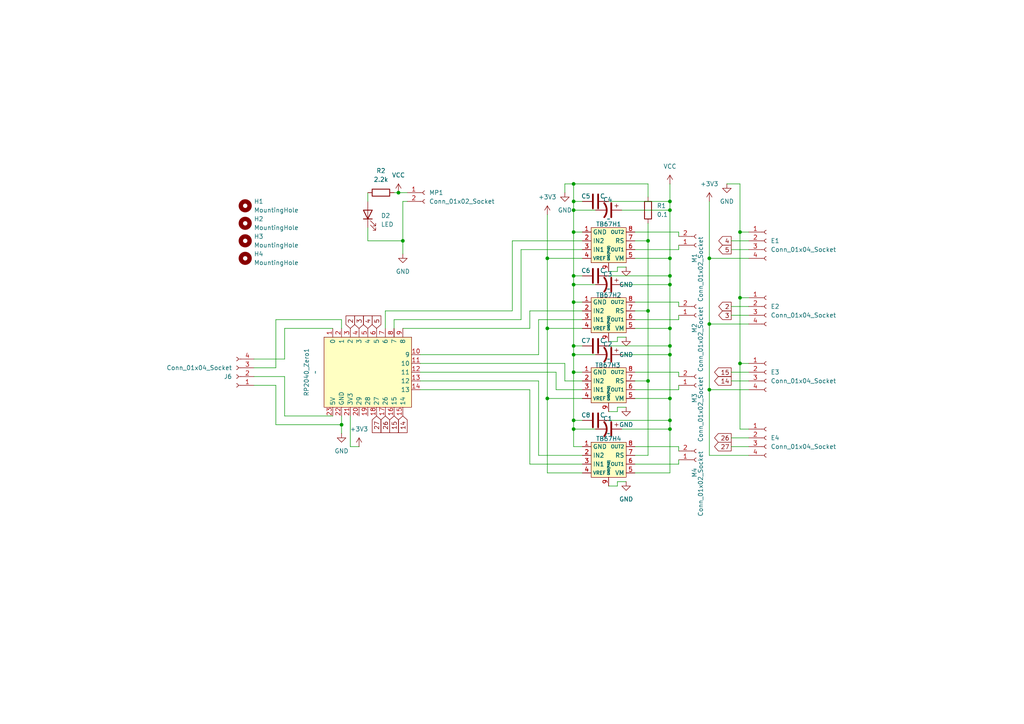
<source format=kicad_sch>
(kicad_sch (version 20250114) (generator "eeschema") (generator_version "9.0")
  (paper "A4")
  (lib_symbols
    (symbol "Connector:Conn_01x02_Socket" (pin_names (offset 1.016) (hide yes))
      (property "Reference" "J" (at 0 2.54 0))
      (property "Value" "Conn_01x02_Socket" (at 0 -5.08 0))
      (symbol "Conn_01x02_Socket_1_1"
        (polyline (pts (xy -1.27 0) (xy -0.508 0)) (stroke (width 0.1524)))
        (polyline (pts (xy -1.27 -2.54) (xy -0.508 -2.54)) (stroke (width 0.1524)))
        (arc (start 0 -0.508) (mid -0.5058 0) (end 0 0.508) (stroke (width 0.1524)))
        (arc (start 0 -3.048) (mid -0.5058 -2.54) (end 0 -2.032) (stroke (width 0.1524)))
        (pin passive line (at -5.08 0 0) (length 3.81) (name "Pin_1") (number "1"))
        (pin passive line (at -5.08 -2.54 0) (length 3.81) (name "Pin_2") (number "2"))
      )
    )
    (symbol "Connector:Conn_01x04_Socket" (pin_names (offset 1.016) (hide yes))
      (property "Reference" "J" (at 0 5.08 0))
      (property "Value" "Conn_01x04_Socket" (at 0 -7.62 0))
      (symbol "Conn_01x04_Socket_1_1"
        (polyline (pts (xy -1.27 2.54) (xy -0.508 2.54)) (stroke (width 0.1524)))
        (polyline (pts (xy -1.27 0) (xy -0.508 0)) (stroke (width 0.1524)))
        (polyline (pts (xy -1.27 -2.54) (xy -0.508 -2.54)) (stroke (width 0.1524)))
        (polyline (pts (xy -1.27 -5.08) (xy -0.508 -5.08)) (stroke (width 0.1524)))
        (arc (start 0 2.032) (mid -0.5058 2.54) (end 0 3.048) (stroke (width 0.1524)))
        (arc (start 0 -0.508) (mid -0.5058 0) (end 0 0.508) (stroke (width 0.1524)))
        (arc (start 0 -3.048) (mid -0.5058 -2.54) (end 0 -2.032) (stroke (width 0.1524)))
        (arc (start 0 -5.588) (mid -0.5058 -5.08) (end 0 -4.572) (stroke (width 0.1524)))
        (pin passive line (at -5.08 2.54 0) (length 3.81) (name "Pin_1") (number "1"))
        (pin passive line (at -5.08 0 0) (length 3.81) (name "Pin_2") (number "2"))
        (pin passive line (at -5.08 -2.54 0) (length 3.81) (name "Pin_3") (number "3"))
        (pin passive line (at -5.08 -5.08 0) (length 3.81) (name "Pin_4") (number "4"))
      )
    )
    (symbol "Device:C" (pin_numbers (hide yes)) (pin_names (offset 0.254))
      (property "Reference" "C" (at 0.635 2.54 0))
      (property "Value" "C" (at 0.635 -2.54 0))
      (symbol "C_0_1"
        (polyline (pts (xy -2.032 0.762) (xy 2.032 0.762)) (stroke (width 0.508)))
        (polyline (pts (xy -2.032 -0.762) (xy 2.032 -0.762)) (stroke (width 0.508)))
      )
      (symbol "C_1_1"
        (pin passive line (at 0 3.81 270) (length 2.794) (name "~") (number "1"))
        (pin passive line (at 0 -3.81 90) (length 2.794) (name "~") (number "2"))
      )
    )
    (symbol "Device:C_Polarized_US" (pin_numbers (hide yes)) (pin_names (offset 0.254) (hide yes))
      (property "Reference" "C" (at 0.635 2.54 0))
      (property "Value" "C_Polarized_US" (at 0.635 -2.54 0))
      (symbol "C_Polarized_US_0_1"
        (polyline (pts (xy -2.032 0.762) (xy 2.032 0.762)) (stroke (width 0.508)))
        (polyline (pts (xy -1.778 2.286) (xy -0.762 2.286)))
        (polyline (pts (xy -1.27 1.778) (xy -1.27 2.794)))
        (arc (start -2.032 -1.27) (mid 0 -0.5572) (end 2.032 -1.27) (stroke (width 0.508)))
      )
      (symbol "C_Polarized_US_1_1"
        (pin passive line (at 0 3.81 270) (length 2.794) (name "~") (number "1"))
        (pin passive line (at 0 -3.81 90) (length 3.302) (name "~") (number "2"))
      )
    )
    (symbol "Device:LED" (pin_numbers (hide yes)) (pin_names (offset 1.016) (hide yes))
      (property "Reference" "D" (at 0 2.54 0))
      (property "Value" "LED" (at 0 -2.54 0))
      (symbol "LED_0_1"
        (polyline (pts (xy -3.048 -0.762) (xy -4.572 -2.286) (xy -3.81 -2.286) (xy -4.572 -2.286) (xy -4.572 -1.524)))
        (polyline (pts (xy -1.778 -0.762) (xy -3.302 -2.286) (xy -2.54 -2.286) (xy -3.302 -2.286) (xy -3.302 -1.524)))
        (polyline (pts (xy -1.27 0) (xy 1.27 0)))
        (polyline (pts (xy -1.27 -1.27) (xy -1.27 1.27)) (stroke (width 0.254)))
        (polyline (pts (xy 1.27 -1.27) (xy 1.27 1.27) (xy -1.27 0) (xy 1.27 -1.27)) (stroke (width 0.254)))
      )
      (symbol "LED_1_1"
        (pin passive line (at -3.81 0 0) (length 2.54) (name "K") (number "1"))
        (pin passive line (at 3.81 0 180) (length 2.54) (name "A") (number "2"))
      )
    )
    (symbol "Device:R" (pin_numbers (hide yes)) (pin_names (offset 0))
      (property "Reference" "R" (at 2.032 0 90))
      (property "Value" "R" (at 0 0 90))
      (symbol "R_0_1"
        (rectangle (start -1.016 -2.54) (end 1.016 2.54) (stroke (width 0.254)))
      )
      (symbol "R_1_1"
        (pin passive line (at 0 3.81 270) (length 1.27) (name "~") (number "1"))
        (pin passive line (at 0 -3.81 90) (length 1.27) (name "~") (number "2"))
      )
    )
    (symbol "Mechanical:MountingHole" (pin_names (offset 1.016)) (in_bom no)
      (property "Reference" "H" (at 0 5.08 0))
      (property "Value" "MountingHole" (at 0 3.175 0))
      (symbol "MountingHole_0_1"
        (circle (center 0 0) (radius 1.27) (stroke (width 1.27)))
      )
    )
    (symbol "My_Symbols:RP2040_Zero"
      (property "Reference" "RP2040_Zero" (at 0 3.81 0))
      (symbol "RP2040_Zero_0_0"
        (pin bidirectional line (at -12.7 0 0) (length 2.54) (name "5V") (number "23"))
        (pin bidirectional line (at -12.7 -2.54 0) (length 2.54) (name "GND") (number "22"))
        (pin bidirectional line (at -12.7 -5.08 0) (length 2.54) (name "3V3") (number "21"))
        (pin bidirectional line (at -12.7 -7.62 0) (length 2.54) (name "29") (number "20"))
        (pin bidirectional line (at -12.7 -10.16 0) (length 2.54) (name "28") (number "19"))
        (pin bidirectional line (at -12.7 -12.7 0) (length 2.54) (name "27") (number "18"))
        (pin bidirectional line (at -12.7 -15.24 0) (length 2.54) (name "26") (number "17"))
        (pin bidirectional line (at -12.7 -17.78 0) (length 2.54) (name "15") (number "16"))
        (pin bidirectional line (at -12.7 -20.32 0) (length 2.54) (name "14") (number "15"))
        (pin bidirectional line (at -5.08 -25.4 90) (length 2.54) (name "13") (number "14"))
        (pin bidirectional line (at -2.54 -25.4 90) (length 2.54) (name "12") (number "13"))
        (pin bidirectional line (at 0 -25.4 90) (length 2.54) (name "11") (number "12"))
        (pin bidirectional line (at 2.54 -25.4 90) (length 2.54) (name "10") (number "11"))
        (pin bidirectional line (at 5.08 -25.4 90) (length 2.54) (name "9") (number "10"))
        (pin bidirectional line (at 12.7 0 180) (length 2.54) (name "0") (number "1"))
        (pin bidirectional line (at 12.7 -2.54 180) (length 2.54) (name "1") (number "2"))
        (pin bidirectional line (at 12.7 -5.08 180) (length 2.54) (name "2") (number "3"))
        (pin bidirectional line (at 12.7 -7.62 180) (length 2.54) (name "3") (number "4"))
        (pin bidirectional line (at 12.7 -10.16 180) (length 2.54) (name "4") (number "5"))
        (pin bidirectional line (at 12.7 -12.7 180) (length 2.54) (name "5") (number "6"))
        (pin bidirectional line (at 12.7 -15.24 180) (length 2.54) (name "6") (number "7"))
        (pin bidirectional line (at 12.7 -17.78 180) (length 2.54) (name "") (number ""))
        (pin bidirectional line (at 12.7 -17.78 180) (length 2.54) (name "7") (number "8"))
        (pin bidirectional line (at 12.7 -20.32 180) (length 2.54) (name "8") (number "9"))
      )
      (symbol "RP2040_Zero_1_1"
        (rectangle (start -10.16 2.54) (end 10.16 -22.86) (fill (type background)))
      )
    )
    (symbol "My_Symbols:TB67H450"
      (property "Reference" "TB67H450" (at 0 6.096 0))
      (symbol "TB67H450_1_0"
        (pin input line (at -7.62 1.27 0) (length 2.54) (name "IN2") (number "2"))
        (pin input line (at -7.62 -1.27 0) (length 2.54) (name "IN1") (number "3"))
        (pin input line (at -7.62 -3.81 0) (length 2.54) (name "VREF") (number "4"))
        (pin output line (at 7.62 3.81 180) (length 2.54) (name "OUT2") (number "8"))
        (pin input line (at 7.62 1.27 180) (length 2.54) (name "RS") (number "7"))
        (pin output line (at 7.62 -1.27 180) (length 2.54) (name "OUT1") (number "6"))
        (pin power_in line (at 7.62 -3.81 180) (length 2.54) (name "VM") (number "5"))
      )
      (symbol "TB67H450_1_1"
        (rectangle (start -5.08 5.08) (end 5.08 -5.08) (fill (type background)))
        (pin power_in line (at -7.62 3.81 0) (length 2.54) (name "GND") (number "1"))
        (pin output line (at 0 -7.62 90) (length 2.54) (name "GND(PAD)") (number "9"))
      )
    )
    (symbol "TB67H450_1"
      (property "Reference" "TB67H450" (at 0 6.096 0))
      (symbol "TB67H450_1_1_0"
        (pin input line (at -7.62 1.27 0) (length 2.54) (name "IN2") (number "2"))
        (pin input line (at -7.62 -1.27 0) (length 2.54) (name "IN1") (number "3"))
        (pin input line (at -7.62 -3.81 0) (length 2.54) (name "VREF") (number "4"))
        (pin output line (at 7.62 3.81 180) (length 2.54) (name "OUT2") (number "8"))
        (pin input line (at 7.62 1.27 180) (length 2.54) (name "RS") (number "7"))
        (pin output line (at 7.62 -1.27 180) (length 2.54) (name "OUT1") (number "6"))
        (pin power_in line (at 7.62 -3.81 180) (length 2.54) (name "VM") (number "5"))
      )
      (symbol "TB67H450_1_1_1"
        (rectangle (start -5.08 5.08) (end 5.08 -5.08) (fill (type background)))
        (pin power_in line (at -7.62 3.81 0) (length 2.54) (name "GND") (number "1"))
        (pin output line (at 0 -7.62 90) (length 2.54) (name "GND(PAD)") (number "9"))
      )
    )
    (symbol "power:+3V3" (power) (pin_numbers (hide yes)) (pin_names (offset 0) (hide yes))
      (property "Value" "+3V3" (at 0 3.556 0))
      (symbol "+3V3_0_1"
        (polyline (pts (xy -0.762 1.27) (xy 0 2.54)))
        (polyline (pts (xy 0 2.54) (xy 0.762 1.27)))
        (polyline (pts (xy 0 0) (xy 0 2.54)))
      )
      (symbol "+3V3_1_1"
        (pin power_in line (at 0 0 90) (length 0) (name "~") (number "1"))
      )
    )
    (symbol "power:GND" (power) (pin_numbers (hide yes)) (pin_names (offset 0) (hide yes))
      (property "Value" "GND" (at 0 -3.81 0))
      (symbol "GND_0_1"
        (polyline (pts (xy 0 0) (xy 0 -1.27) (xy 1.27 -1.27) (xy 0 -2.54) (xy -1.27 -1.27) (xy 0 -1.27)))
      )
      (symbol "GND_1_1"
        (pin power_in line (at 0 0 270) (length 0) (name "~") (number "1"))
      )
    )
    (symbol "power:VCC" (power) (pin_numbers (hide yes)) (pin_names (offset 0) (hide yes))
      (property "Value" "VCC" (at 0 3.556 0))
      (symbol "VCC_0_1"
        (polyline (pts (xy -0.762 1.27) (xy 0 2.54)))
        (polyline (pts (xy 0 2.54) (xy 0.762 1.27)))
        (polyline (pts (xy 0 0) (xy 0 2.54)))
      )
      (symbol "VCC_1_1"
        (pin power_in line (at 0 0 90) (length 0) (name "~") (number "1"))
      )
    )
  )
  (junction (at 166.37 124.46))
  (junction (at 194.31 82.55))
  (junction (at 194.31 124.46))
  (junction (at 205.74 93.98))
  (junction (at 187.96 69.85))
  (junction (at 158.75 115.57))
  (junction (at 194.31 80.01))
  (junction (at 115.57 55.88))
  (junction (at 166.37 60.96))
  (junction (at 166.37 53.34))
  (junction (at 166.37 121.92))
  (junction (at 194.31 115.57))
  (junction (at 194.31 74.93))
  (junction (at 99.06 123.19))
  (junction (at 194.31 95.25))
  (junction (at 214.63 67.31))
  (junction (at 194.31 100.33))
  (junction (at 205.74 113.03))
  (junction (at 166.37 102.87))
  (junction (at 158.75 95.25))
  (junction (at 214.63 105.41))
  (junction (at 166.37 80.01))
  (junction (at 166.37 82.55))
  (junction (at 187.96 90.17))
  (junction (at 166.37 67.31))
  (junction (at 194.31 121.92))
  (junction (at 194.31 102.87))
  (junction (at 205.74 74.93))
  (junction (at 214.63 86.36))
  (junction (at 194.31 60.96))
  (junction (at 194.31 58.42))
  (junction (at 166.37 58.42))
  (junction (at 187.96 110.49))
  (junction (at 166.37 87.63))
  (junction (at 158.75 74.93))
  (junction (at 116.84 69.85))
  (junction (at 166.37 107.95))
  (junction (at 166.37 100.33))
  (wire (pts (xy 166.37 80.01) (xy 166.37 82.55)))
  (wire (pts (xy 82.55 95.25) (xy 96.52 95.25)))
  (wire (pts (xy 194.31 74.93) (xy 194.31 80.01)))
  (wire (pts (xy 106.68 66.04) (xy 106.68 69.85)))
  (wire (pts (xy 179.07 119.38) (xy 179.07 118.11)))
  (wire (pts (xy 194.31 100.33) (xy 194.31 102.87)))
  (wire (pts (xy 166.37 124.46) (xy 172.72 124.46)))
  (wire (pts (xy 184.15 74.93) (xy 194.31 74.93)))
  (wire (pts (xy 73.66 104.14) (xy 82.55 104.14)))
  (wire (pts (xy 153.67 90.17) (xy 168.91 90.17)))
  (wire (pts (xy 166.37 87.63) (xy 166.37 100.33)))
  (wire (pts (xy 168.91 95.25) (xy 158.75 95.25)))
  (wire (pts (xy 158.75 95.25) (xy 158.75 115.57)))
  (wire (pts (xy 214.63 67.31) (xy 217.17 67.31)))
  (wire (pts (xy 96.52 120.65) (xy 82.55 120.65)))
  (wire (pts (xy 194.31 102.87) (xy 194.31 115.57)))
  (wire (pts (xy 187.96 69.85) (xy 187.96 90.17)))
  (wire (pts (xy 184.15 134.62) (xy 196.85 134.62)))
  (wire (pts (xy 180.34 60.96) (xy 194.31 60.96)))
  (wire (pts (xy 106.68 55.88) (xy 106.68 58.42)))
  (wire (pts (xy 212.09 91.44) (xy 217.17 91.44)))
  (wire (pts (xy 212.09 88.9) (xy 217.17 88.9)))
  (wire (pts (xy 184.15 113.03) (xy 196.85 113.03)))
  (wire (pts (xy 80.01 123.19) (xy 99.06 123.19)))
  (wire (pts (xy 187.96 64.77) (xy 187.96 69.85)))
  (wire (pts (xy 166.37 121.92) (xy 166.37 124.46)))
  (wire (pts (xy 187.96 69.85) (xy 184.15 69.85)))
  (wire (pts (xy 99.06 92.71) (xy 99.06 95.25)))
  (wire (pts (xy 196.85 67.31) (xy 196.85 68.58)))
  (wire (pts (xy 153.67 134.62) (xy 168.91 134.62)))
  (wire (pts (xy 163.83 105.41) (xy 121.92 105.41)))
  (wire (pts (xy 187.96 110.49) (xy 187.96 132.08)))
  (wire (pts (xy 205.74 74.93) (xy 217.17 74.93)))
  (wire (pts (xy 163.83 53.34) (xy 163.83 55.88)))
  (wire (pts (xy 184.15 90.17) (xy 187.96 90.17)))
  (wire (pts (xy 184.15 67.31) (xy 196.85 67.31)))
  (wire (pts (xy 179.07 140.97) (xy 179.07 139.7)))
  (wire (pts (xy 179.07 77.47) (xy 181.61 77.47)))
  (wire (pts (xy 168.91 137.16) (xy 158.75 137.16)))
  (wire (pts (xy 196.85 92.71) (xy 196.85 91.44)))
  (wire (pts (xy 158.75 137.16) (xy 158.75 115.57)))
  (wire (pts (xy 184.15 129.54) (xy 196.85 129.54)))
  (wire (pts (xy 212.09 69.85) (xy 217.17 69.85)))
  (wire (pts (xy 80.01 106.68) (xy 73.66 106.68)))
  (wire (pts (xy 214.63 105.41) (xy 214.63 124.46)))
  (wire (pts (xy 187.96 53.34) (xy 187.96 57.15)))
  (wire (pts (xy 184.15 87.63) (xy 196.85 87.63)))
  (wire (pts (xy 168.91 107.95) (xy 166.37 107.95)))
  (wire (pts (xy 166.37 102.87) (xy 166.37 107.95)))
  (wire (pts (xy 168.91 129.54) (xy 166.37 129.54)))
  (wire (pts (xy 114.3 55.88) (xy 115.57 55.88)))
  (wire (pts (xy 205.74 93.98) (xy 217.17 93.98)))
  (wire (pts (xy 212.09 107.95) (xy 217.17 107.95)))
  (wire (pts (xy 166.37 100.33) (xy 168.91 100.33)))
  (wire (pts (xy 176.53 99.06) (xy 179.07 99.06)))
  (wire (pts (xy 166.37 102.87) (xy 172.72 102.87)))
  (wire (pts (xy 166.37 53.34) (xy 163.83 53.34)))
  (wire (pts (xy 166.37 60.96) (xy 172.72 60.96)))
  (wire (pts (xy 212.09 110.49) (xy 217.17 110.49)))
  (wire (pts (xy 158.75 62.23) (xy 158.75 74.93)))
  (wire (pts (xy 111.76 90.17) (xy 111.76 95.25)))
  (wire (pts (xy 163.83 110.49) (xy 163.83 105.41)))
  (wire (pts (xy 179.07 97.79) (xy 181.61 97.79)))
  (wire (pts (xy 184.15 115.57) (xy 194.31 115.57)))
  (wire (pts (xy 196.85 129.54) (xy 196.85 130.81)))
  (wire (pts (xy 156.21 92.71) (xy 168.91 92.71)))
  (wire (pts (xy 161.29 113.03) (xy 168.91 113.03)))
  (wire (pts (xy 166.37 58.42) (xy 168.91 58.42)))
  (wire (pts (xy 114.3 92.71) (xy 151.13 92.71)))
  (wire (pts (xy 212.09 127) (xy 217.17 127)))
  (wire (pts (xy 166.37 58.42) (xy 166.37 60.96)))
  (wire (pts (xy 194.31 74.93) (xy 194.31 60.96)))
  (wire (pts (xy 166.37 60.96) (xy 166.37 67.31)))
  (wire (pts (xy 151.13 72.39) (xy 168.91 72.39)))
  (wire (pts (xy 166.37 67.31) (xy 166.37 80.01)))
  (wire (pts (xy 196.85 87.63) (xy 196.85 88.9)))
  (wire (pts (xy 176.53 58.42) (xy 194.31 58.42)))
  (wire (pts (xy 99.06 120.65) (xy 99.06 123.19)))
  (wire (pts (xy 153.67 113.03) (xy 153.67 134.62)))
  (wire (pts (xy 80.01 92.71) (xy 99.06 92.71)))
  (wire (pts (xy 184.15 95.25) (xy 194.31 95.25)))
  (wire (pts (xy 176.53 80.01) (xy 194.31 80.01)))
  (wire (pts (xy 210.82 53.34) (xy 214.63 53.34)))
  (wire (pts (xy 205.74 132.08) (xy 205.74 113.03)))
  (wire (pts (xy 205.74 113.03) (xy 217.17 113.03)))
  (wire (pts (xy 194.31 137.16) (xy 194.31 124.46)))
  (wire (pts (xy 187.96 53.34) (xy 166.37 53.34)))
  (wire (pts (xy 104.14 129.54) (xy 101.6 129.54)))
  (wire (pts (xy 187.96 90.17) (xy 187.96 110.49)))
  (wire (pts (xy 214.63 86.36) (xy 214.63 67.31)))
  (wire (pts (xy 166.37 82.55) (xy 166.37 87.63)))
  (wire (pts (xy 168.91 132.08) (xy 156.21 132.08)))
  (wire (pts (xy 151.13 92.71) (xy 151.13 72.39)))
  (wire (pts (xy 212.09 72.39) (xy 217.17 72.39)))
  (wire (pts (xy 116.84 73.66) (xy 116.84 69.85)))
  (wire (pts (xy 168.91 110.49) (xy 163.83 110.49)))
  (wire (pts (xy 106.68 69.85) (xy 116.84 69.85)))
  (wire (pts (xy 168.91 115.57) (xy 158.75 115.57)))
  (wire (pts (xy 121.92 107.95) (xy 161.29 107.95)))
  (wire (pts (xy 80.01 111.76) (xy 80.01 123.19)))
  (wire (pts (xy 194.31 60.96) (xy 194.31 58.42)))
  (wire (pts (xy 196.85 107.95) (xy 196.85 109.22)))
  (wire (pts (xy 116.84 69.85) (xy 116.84 58.42)))
  (wire (pts (xy 217.17 132.08) (xy 205.74 132.08)))
  (wire (pts (xy 194.31 121.92) (xy 194.31 124.46)))
  (wire (pts (xy 168.91 67.31) (xy 166.37 67.31)))
  (wire (pts (xy 179.07 139.7) (xy 181.61 139.7)))
  (wire (pts (xy 194.31 82.55) (xy 194.31 95.25)))
  (wire (pts (xy 114.3 95.25) (xy 114.3 92.71)))
  (wire (pts (xy 158.75 74.93) (xy 158.75 95.25)))
  (wire (pts (xy 194.31 95.25) (xy 194.31 100.33)))
  (wire (pts (xy 82.55 104.14) (xy 82.55 95.25)))
  (wire (pts (xy 168.91 87.63) (xy 166.37 87.63)))
  (wire (pts (xy 179.07 78.74) (xy 179.07 77.47)))
  (wire (pts (xy 148.59 69.85) (xy 148.59 90.17)))
  (wire (pts (xy 179.07 99.06) (xy 179.07 97.79)))
  (wire (pts (xy 166.37 82.55) (xy 172.72 82.55)))
  (wire (pts (xy 158.75 74.93) (xy 168.91 74.93)))
  (wire (pts (xy 194.31 115.57) (xy 194.31 121.92)))
  (wire (pts (xy 156.21 110.49) (xy 121.92 110.49)))
  (wire (pts (xy 205.74 93.98) (xy 205.74 74.93)))
  (wire (pts (xy 176.53 121.92) (xy 194.31 121.92)))
  (wire (pts (xy 184.15 132.08) (xy 187.96 132.08)))
  (wire (pts (xy 212.09 129.54) (xy 217.17 129.54)))
  (wire (pts (xy 214.63 53.34) (xy 214.63 67.31)))
  (wire (pts (xy 205.74 74.93) (xy 205.74 58.42)))
  (wire (pts (xy 73.66 111.76) (xy 80.01 111.76)))
  (wire (pts (xy 196.85 113.03) (xy 196.85 111.76)))
  (wire (pts (xy 214.63 86.36) (xy 214.63 105.41)))
  (wire (pts (xy 156.21 102.87) (xy 156.21 92.71)))
  (wire (pts (xy 205.74 113.03) (xy 205.74 93.98)))
  (wire (pts (xy 101.6 129.54) (xy 101.6 120.65)))
  (wire (pts (xy 116.84 58.42) (xy 118.11 58.42)))
  (wire (pts (xy 180.34 82.55) (xy 194.31 82.55)))
  (wire (pts (xy 121.92 102.87) (xy 156.21 102.87)))
  (wire (pts (xy 196.85 72.39) (xy 196.85 71.12)))
  (wire (pts (xy 176.53 119.38) (xy 179.07 119.38)))
  (wire (pts (xy 82.55 109.22) (xy 73.66 109.22)))
  (wire (pts (xy 166.37 124.46) (xy 166.37 129.54)))
  (wire (pts (xy 166.37 80.01) (xy 168.91 80.01)))
  (wire (pts (xy 217.17 105.41) (xy 214.63 105.41)))
  (wire (pts (xy 180.34 102.87) (xy 194.31 102.87)))
  (wire (pts (xy 184.15 110.49) (xy 187.96 110.49)))
  (wire (pts (xy 184.15 137.16) (xy 194.31 137.16)))
  (wire (pts (xy 166.37 100.33) (xy 166.37 102.87)))
  (wire (pts (xy 184.15 92.71) (xy 196.85 92.71)))
  (wire (pts (xy 166.37 53.34) (xy 166.37 58.42)))
  (wire (pts (xy 166.37 121.92) (xy 168.91 121.92)))
  (wire (pts (xy 184.15 107.95) (xy 196.85 107.95)))
  (wire (pts (xy 217.17 124.46) (xy 214.63 124.46)))
  (wire (pts (xy 180.34 124.46) (xy 194.31 124.46)))
  (wire (pts (xy 179.07 118.11) (xy 181.61 118.11)))
  (wire (pts (xy 196.85 134.62) (xy 196.85 133.35)))
  (wire (pts (xy 194.31 80.01) (xy 194.31 82.55)))
  (wire (pts (xy 217.17 86.36) (xy 214.63 86.36)))
  (wire (pts (xy 184.15 72.39) (xy 196.85 72.39)))
  (wire (pts (xy 176.53 100.33) (xy 194.31 100.33)))
  (wire (pts (xy 148.59 90.17) (xy 111.76 90.17)))
  (wire (pts (xy 166.37 107.95) (xy 166.37 121.92)))
  (wire (pts (xy 80.01 92.71) (xy 80.01 106.68)))
  (wire (pts (xy 121.92 113.03) (xy 153.67 113.03)))
  (wire (pts (xy 153.67 95.25) (xy 153.67 90.17)))
  (wire (pts (xy 115.57 55.88) (xy 118.11 55.88)))
  (wire (pts (xy 176.53 78.74) (xy 179.07 78.74)))
  (wire (pts (xy 156.21 132.08) (xy 156.21 110.49)))
  (wire (pts (xy 99.06 123.19) (xy 99.06 125.73)))
  (wire (pts (xy 82.55 120.65) (xy 82.55 109.22)))
  (wire (pts (xy 194.31 58.42) (xy 194.31 53.34)))
  (wire (pts (xy 168.91 69.85) (xy 148.59 69.85)))
  (wire (pts (xy 161.29 107.95) (xy 161.29 113.03)))
  (wire (pts (xy 176.53 140.97) (xy 179.07 140.97)))
  (wire (pts (xy 116.84 95.25) (xy 153.67 95.25)))
  (global_label "4" (shape input) (at 106.68 95.25 90) (property "Intersheetrefs" "${INTERSHEET_REFS}" (effects (hide yes))))
  (global_label "14" (shape input) (at 116.84 120.65 270) (property "Intersheetrefs" "${INTERSHEET_REFS}" (effects (hide yes))))
  (global_label "5" (shape output) (at 212.09 72.39 180) (property "Intersheetrefs" "${INTERSHEET_REFS}" (effects (hide yes))))
  (global_label "15" (shape input) (at 114.3 120.65 270) (property "Intersheetrefs" "${INTERSHEET_REFS}" (effects (hide yes))))
  (global_label "26" (shape input) (at 111.76 120.65 270) (property "Intersheetrefs" "${INTERSHEET_REFS}" (effects (hide yes))))
  (global_label "15" (shape output) (at 212.09 107.95 180) (property "Intersheetrefs" "${INTERSHEET_REFS}" (effects (hide yes))))
  (global_label "2" (shape input) (at 101.6 95.25 90) (property "Intersheetrefs" "${INTERSHEET_REFS}" (effects (hide yes))))
  (global_label "3" (shape input) (at 104.14 95.25 90) (property "Intersheetrefs" "${INTERSHEET_REFS}" (effects (hide yes))))
  (global_label "3" (shape output) (at 212.09 91.44 180) (property "Intersheetrefs" "${INTERSHEET_REFS}" (effects (hide yes))))
  (global_label "27" (shape output) (at 212.09 129.54 180) (property "Intersheetrefs" "${INTERSHEET_REFS}" (effects (hide yes))))
  (global_label "5" (shape input) (at 109.22 95.25 90) (property "Intersheetrefs" "${INTERSHEET_REFS}" (effects (hide yes))))
  (global_label "27" (shape input) (at 109.22 120.65 270) (property "Intersheetrefs" "${INTERSHEET_REFS}" (effects (hide yes))))
  (global_label "2" (shape output) (at 212.09 88.9 180) (property "Intersheetrefs" "${INTERSHEET_REFS}" (effects (hide yes))))
  (global_label "26" (shape output) (at 212.09 127 180) (property "Intersheetrefs" "${INTERSHEET_REFS}" (effects (hide yes))))
  (global_label "4" (shape output) (at 212.09 69.85 180) (property "Intersheetrefs" "${INTERSHEET_REFS}" (effects (hide yes))))
  (global_label "14" (shape output) (at 212.09 110.49 180) (property "Intersheetrefs" "${INTERSHEET_REFS}" (effects (hide yes))))
  (symbol (lib_id "power:GND") (at 210.82 53.34 0) (unit 1)
    (property "Reference" "#PWR07" (effects (hide yes)))
    (property "Value" "GND" (at 210.82 58.42 0))
    (property "Description" "Power symbol creates a global label with name \"GND\" , ground" (effects (hide yes)))
  )
  (symbol (lib_id "My_Symbols:TB67H450") (at 176.53 133.35 0) (unit 1)
    (property "Reference" "TB67H4" (at 176.53 127.254 0))
    (property "Value" "~" (at 176.53 125.73 0))
    (property "Footprint" "Package_SO:SOIC-8-1EP_3.9x4.9mm_P1.27mm_EP2.29x3mm_ThermalVias" (effects (hide yes)))
  )
  (symbol (lib_id "power:GND") (at 181.61 118.11 0) (unit 1)
    (property "Reference" "#PWR012" (effects (hide yes)))
    (property "Value" "GND" (at 181.61 123.19 0))
    (property "Description" "Power symbol creates a global label with name \"GND\" , ground" (effects (hide yes)))
  )
  (symbol (lib_id "Connector:Conn_01x02_Socket") (at 201.93 91.44 0) (mirror x) (unit 1)
    (property "Reference" "M2" (at 201.422 93.726 90) (effects (justify left)))
    (property "Value" "Conn_01x02_Socket" (at 203.2 88.9001 90) (effects (justify left)))
    (property "Footprint" "Connector_JST:JST_VH_B2P-VH-B_1x02_P3.96mm_Vertical" (effects (hide yes)))
    (property "Description" "Generic connector, single row, 01x02, script generated" (effects (hide yes)))
  )
  (symbol (lib_id "Device:C_Polarized_US") (at 176.53 124.46 270) (unit 1)
    (property "Reference" "C1" (at 176.276 121.412 90))
    (property "Value" "C_Polarized_US" (effects (hide yes)))
    (property "Footprint" "Capacitor_THT:CP_Radial_D8.0mm_P3.50mm" (effects (hide yes)))
    (property "Description" "Polarized capacitor, US symbol" (effects (hide yes)))
  )
  (symbol (lib_id "My_Symbols:TB67H450") (at 176.53 91.44 0) (unit 1)
    (property "Reference" "TB67H2" (at 176.53 85.598 0))
    (property "Value" "~" (at 176.53 83.82 0))
    (property "Footprint" "Package_SO:SOIC-8-1EP_3.9x4.9mm_P1.27mm_EP2.29x3mm_ThermalVias" (effects (hide yes)))
  )
  (symbol (lib_id "Connector:Conn_01x02_Socket") (at 201.93 133.35 0) (mirror x) (unit 1)
    (property "Reference" "M4" (at 201.422 135.636 90) (effects (justify left)))
    (property "Value" "Conn_01x02_Socket" (at 203.2 130.8101 90) (effects (justify left)))
    (property "Footprint" "Connector_JST:JST_VH_B2P-VH-B_1x02_P3.96mm_Vertical" (effects (hide yes)))
    (property "Description" "Generic connector, single row, 01x02, script generated" (effects (hide yes)))
  )
  (symbol (lib_id "power:+3V3") (at 104.14 129.54 0) (unit 1)
    (property "Reference" "#PWR02" (effects (hide yes)))
    (property "Value" "+3V3" (at 104.14 124.46 0))
    (property "Description" "Power symbol creates a global label with name \"+3V3\"" (effects (hide yes)))
  )
  (symbol (lib_id "Device:C_Polarized_US") (at 176.53 60.96 270) (unit 1)
    (property "Reference" "C4" (at 176.276 57.912 90))
    (property "Value" "C_Polarized_US" (effects (hide yes)))
    (property "Footprint" "Capacitor_THT:CP_Radial_D8.0mm_P3.50mm" (effects (hide yes)))
    (property "Description" "Polarized capacitor, US symbol" (effects (hide yes)))
  )
  (symbol (lib_id "Connector:Conn_01x04_Socket") (at 222.25 69.85 0) (unit 1)
    (property "Reference" "E1" (at 223.52 69.8499 0) (effects (justify left)))
    (property "Value" "Conn_01x04_Socket" (at 223.52 72.3899 0) (effects (justify left)))
    (property "Footprint" "Connector_JST:JST_PH_B4B-PH-K_1x04_P2.00mm_Vertical" (effects (hide yes)))
    (property "Description" "Generic connector, single row, 01x04, script generated" (effects (hide yes)))
  )
  (symbol (lib_id "My_Symbols:RP2040_Zero") (at 96.52 107.95 90) (unit 1)
    (property "Reference" "RP2040_Zero1" (at 88.9 107.95 0))
    (property "Value" "~" (at 91.44 107.95 0))
    (property "Footprint" "RP2040_Zero:名称未設定" (effects (hide yes)))
  )
  (symbol (lib_id "Mechanical:MountingHole") (at 71.12 59.69 0) (unit 1) (in_bom no)
    (property "Reference" "H1" (at 73.66 58.4199 0) (effects (justify left)))
    (property "Value" "MountingHole" (at 73.66 60.9599 0) (effects (justify left)))
    (property "Footprint" "MountingHole:MountingHole_3.2mm_M3" (effects (hide yes)))
    (property "Description" "Mounting Hole without connection" (effects (hide yes)))
  )
  (symbol (lib_id "Mechanical:MountingHole") (at 71.12 74.93 0) (unit 1) (in_bom no)
    (property "Reference" "H4" (at 73.66 73.6599 0) (effects (justify left)))
    (property "Value" "MountingHole" (at 73.66 76.1999 0) (effects (justify left)))
    (property "Footprint" "MountingHole:MountingHole_3.2mm_M3" (effects (hide yes)))
    (property "Description" "Mounting Hole without connection" (effects (hide yes)))
  )
  (symbol (lib_id "Connector:Conn_01x02_Socket") (at 201.93 71.12 0) (mirror x) (unit 1)
    (property "Reference" "M1" (at 201.422 73.406 90) (effects (justify left)))
    (property "Value" "Conn_01x02_Socket" (at 203.2 68.5801 90) (effects (justify left)))
    (property "Footprint" "Connector_JST:JST_VH_B2P-VH-B_1x02_P3.96mm_Vertical" (effects (hide yes)))
    (property "Description" "Generic connector, single row, 01x02, script generated" (effects (hide yes)))
  )
  (symbol (lib_id "Mechanical:MountingHole") (at 71.12 69.85 0) (unit 1) (in_bom no)
    (property "Reference" "H3" (at 73.66 68.5799 0) (effects (justify left)))
    (property "Value" "MountingHole" (at 73.66 71.1199 0) (effects (justify left)))
    (property "Footprint" "MountingHole:MountingHole_3.2mm_M3" (effects (hide yes)))
    (property "Description" "Mounting Hole without connection" (effects (hide yes)))
  )
  (symbol (lib_id "power:GND") (at 99.06 125.73 0) (unit 1)
    (property "Reference" "#PWR03" (effects (hide yes)))
    (property "Value" "GND" (at 99.06 130.81 0))
    (property "Description" "Power symbol creates a global label with name \"GND\" , ground" (effects (hide yes)))
  )
  (symbol (lib_id "power:GND") (at 181.61 77.47 0) (unit 1)
    (property "Reference" "#PWR010" (effects (hide yes)))
    (property "Value" "GND" (at 181.61 82.55 0))
    (property "Description" "Power symbol creates a global label with name \"GND\" , ground" (effects (hide yes)))
  )
  (symbol (lib_id "Device:C") (at 172.72 80.01 90) (unit 1)
    (property "Reference" "C6" (at 169.926 78.486 90))
    (property "Value" "C" (at 174.752 78.486 90))
    (property "Footprint" "Capacitor_SMD:C_0603_1608Metric_Pad1.08x0.95mm_HandSolder" (effects (hide yes)))
    (property "Description" "Unpolarized capacitor" (effects (hide yes)))
  )
  (symbol (lib_id "power:GND") (at 163.83 55.88 0) (unit 1)
    (property "Reference" "#PWR04" (effects (hide yes)))
    (property "Value" "GND" (at 163.83 60.96 0))
    (property "Description" "Power symbol creates a global label with name \"GND\" , ground" (effects (hide yes)))
  )
  (symbol (lib_id "power:VCC") (at 115.57 55.88 0) (unit 1)
    (property "Reference" "#PWR08" (effects (hide yes)))
    (property "Value" "VCC" (at 115.57 50.8 0))
    (property "Description" "Power symbol creates a global label with name \"VCC\"" (effects (hide yes)))
  )
  (symbol (lib_id "Device:C") (at 172.72 58.42 90) (unit 1)
    (property "Reference" "C5" (at 169.926 56.896 90))
    (property "Value" "C" (at 174.752 56.896 90))
    (property "Footprint" "Capacitor_SMD:C_0603_1608Metric_Pad1.08x0.95mm_HandSolder" (effects (hide yes)))
    (property "Description" "Unpolarized capacitor" (effects (hide yes)))
  )
  (symbol (lib_id "Device:R") (at 110.49 55.88 90) (unit 1)
    (property "Reference" "R2" (at 110.49 49.53 90))
    (property "Value" "2.2k" (at 110.49 52.07 90))
    (property "Footprint" "Resistor_SMD:R_0603_1608Metric_Pad0.98x0.95mm_HandSolder" (effects (hide yes)))
    (property "Description" "Resistor" (effects (hide yes)))
  )
  (symbol (lib_id "Device:C") (at 172.72 100.33 90) (unit 1)
    (property "Reference" "C7" (at 169.926 98.806 90))
    (property "Value" "C" (at 174.752 98.806 90))
    (property "Footprint" "Capacitor_SMD:C_0603_1608Metric_Pad1.08x0.95mm_HandSolder" (effects (hide yes)))
    (property "Description" "Unpolarized capacitor" (effects (hide yes)))
  )
  (symbol (lib_id "My_Symbols:TB67H450") (at 176.53 111.76 0) (unit 1)
    (property "Reference" "TB67H3" (at 176.276 105.918 0))
    (property "Value" "~" (at 176.53 104.14 0))
    (property "Footprint" "Package_SO:SOIC-8-1EP_3.9x4.9mm_P1.27mm_EP2.29x3mm_ThermalVias" (effects (hide yes)))
  )
  (symbol (lib_id "Connector:Conn_01x02_Socket") (at 201.93 111.76 0) (mirror x) (unit 1)
    (property "Reference" "M3" (at 201.422 114.046 90) (effects (justify left)))
    (property "Value" "Conn_01x02_Socket" (at 203.2 109.2201 90) (effects (justify left)))
    (property "Footprint" "Connector_JST:JST_VH_B2P-VH-B_1x02_P3.96mm_Vertical" (effects (hide yes)))
    (property "Description" "Generic connector, single row, 01x02, script generated" (effects (hide yes)))
  )
  (symbol (lib_id "Device:C") (at 172.72 121.92 90) (unit 1)
    (property "Reference" "C8" (at 169.926 120.396 90))
    (property "Value" "C" (at 174.752 120.396 90))
    (property "Footprint" "Capacitor_SMD:C_0603_1608Metric_Pad1.08x0.95mm_HandSolder" (effects (hide yes)))
    (property "Description" "Unpolarized capacitor" (effects (hide yes)))
  )
  (symbol (lib_name "TB67H450_1") (lib_id "My_Symbols:TB67H450") (at 176.53 71.12 0) (unit 1)
    (property "Reference" "TB67H1" (at 176.53 65.024 0))
    (property "Value" "~" (at 176.53 63.5 0))
    (property "Footprint" "Package_SO:SOIC-8-1EP_3.9x4.9mm_P1.27mm_EP2.29x3mm_ThermalVias" (effects (hide yes)))
  )
  (symbol (lib_id "power:GND") (at 181.61 97.79 0) (unit 1)
    (property "Reference" "#PWR011" (effects (hide yes)))
    (property "Value" "GND" (at 181.61 102.87 0))
    (property "Description" "Power symbol creates a global label with name \"GND\" , ground" (effects (hide yes)))
  )
  (symbol (lib_id "Device:C_Polarized_US") (at 176.53 82.55 270) (unit 1)
    (property "Reference" "C3" (at 176.276 79.502 90))
    (property "Value" "C_Polarized_US" (effects (hide yes)))
    (property "Footprint" "Capacitor_THT:CP_Radial_D8.0mm_P3.50mm" (effects (hide yes)))
    (property "Description" "Polarized capacitor, US symbol" (effects (hide yes)))
  )
  (symbol (lib_id "Connector:Conn_01x04_Socket") (at 222.25 127 0) (unit 1)
    (property "Reference" "E4" (at 223.52 126.9999 0) (effects (justify left)))
    (property "Value" "Conn_01x04_Socket" (at 223.52 129.5399 0) (effects (justify left)))
    (property "Footprint" "Connector_JST:JST_PH_B4B-PH-K_1x04_P2.00mm_Vertical" (effects (hide yes)))
    (property "Description" "Generic connector, single row, 01x04, script generated" (effects (hide yes)))
  )
  (symbol (lib_id "Mechanical:MountingHole") (at 71.12 64.77 0) (unit 1) (in_bom no)
    (property "Reference" "H2" (at 73.66 63.4999 0) (effects (justify left)))
    (property "Value" "MountingHole" (at 73.66 66.0399 0) (effects (justify left)))
    (property "Footprint" "MountingHole:MountingHole_3.2mm_M3" (effects (hide yes)))
    (property "Description" "Mounting Hole without connection" (effects (hide yes)))
  )
  (symbol (lib_id "power:VCC") (at 194.31 53.34 0) (unit 1)
    (property "Reference" "#PWR01" (effects (hide yes)))
    (property "Value" "VCC" (at 194.31 48.26 0))
    (property "Description" "Power symbol creates a global label with name \"VCC\"" (effects (hide yes)))
  )
  (symbol (lib_id "Connector:Conn_01x04_Socket") (at 222.25 88.9 0) (unit 1)
    (property "Reference" "E2" (at 223.52 88.8999 0) (effects (justify left)))
    (property "Value" "Conn_01x04_Socket" (at 223.52 91.4399 0) (effects (justify left)))
    (property "Footprint" "Connector_JST:JST_PH_B4B-PH-K_1x04_P2.00mm_Vertical" (effects (hide yes)))
    (property "Description" "Generic connector, single row, 01x04, script generated" (effects (hide yes)))
  )
  (symbol (lib_id "power:+3V3") (at 205.74 58.42 0) (unit 1)
    (property "Reference" "#PWR06" (effects (hide yes)))
    (property "Value" "+3V3" (at 205.74 53.34 0))
    (property "Description" "Power symbol creates a global label with name \"+3V3\"" (effects (hide yes)))
  )
  (symbol (lib_id "power:GND") (at 181.61 139.7 0) (unit 1)
    (property "Reference" "#PWR013" (effects (hide yes)))
    (property "Value" "GND" (at 181.61 144.78 0))
    (property "Description" "Power symbol creates a global label with name \"GND\" , ground" (effects (hide yes)))
  )
  (symbol (lib_id "Connector:Conn_01x02_Socket") (at 123.19 55.88 0) (unit 1)
    (property "Reference" "MP1" (at 124.46 55.8799 0) (effects (justify left)))
    (property "Value" "Conn_01x02_Socket" (at 124.46 58.4199 0) (effects (justify left)))
    (property "Footprint" "Connector_AMASS:AMASS_XT30U-M_1x02_P5.0mm_Vertical" (effects (hide yes)))
    (property "Description" "Generic connector, single row, 01x02, script generated" (effects (hide yes)))
  )
  (symbol (lib_id "Connector:Conn_01x04_Socket") (at 222.25 107.95 0) (unit 1)
    (property "Reference" "E3" (at 223.52 107.9499 0) (effects (justify left)))
    (property "Value" "Conn_01x04_Socket" (at 223.52 110.4899 0) (effects (justify left)))
    (property "Footprint" "Connector_JST:JST_PH_B4B-PH-K_1x04_P2.00mm_Vertical" (effects (hide yes)))
    (property "Description" "Generic connector, single row, 01x04, script generated" (effects (hide yes)))
  )
  (symbol (lib_id "power:+3V3") (at 158.75 62.23 0) (unit 1)
    (property "Reference" "#PWR05" (effects (hide yes)))
    (property "Value" "+3V3" (at 158.75 57.15 0))
    (property "Description" "Power symbol creates a global label with name \"+3V3\"" (effects (hide yes)))
  )
  (symbol (lib_id "power:GND") (at 116.84 73.66 0) (unit 1)
    (property "Reference" "#PWR09" (effects (hide yes)))
    (property "Value" "GND" (at 116.84 78.74 0))
    (property "Description" "Power symbol creates a global label with name \"GND\" , ground" (effects (hide yes)))
  )
  (symbol (lib_id "Device:C_Polarized_US") (at 176.53 102.87 270) (unit 1)
    (property "Reference" "C2" (at 176.276 99.822 90))
    (property "Value" "C_Polarized_US" (effects (hide yes)))
    (property "Footprint" "Capacitor_THT:CP_Radial_D8.0mm_P3.50mm" (effects (hide yes)))
    (property "Description" "Polarized capacitor, US symbol" (effects (hide yes)))
  )
  (symbol (lib_id "Connector:Conn_01x04_Socket") (at 68.58 109.22 180) (unit 1)
    (property "Reference" "J6" (at 67.31 109.2201 0) (effects (justify left)))
    (property "Value" "Conn_01x04_Socket" (at 67.31 106.6801 0) (effects (justify left)))
    (property "Footprint" "Connector_JST:JST_XH_B4B-XH-A_1x04_P2.50mm_Vertical" (effects (hide yes)))
    (property "Description" "Generic connector, single row, 01x04, script generated" (effects (hide yes)))
  )
  (symbol (lib_id "Device:R") (at 187.96 60.96 0) (unit 1)
    (property "Reference" "R1" (at 190.5 59.6899 0) (effects (justify left)))
    (property "Value" "0.1" (at 190.5 62.2299 0) (effects (justify left)))
    (property "Footprint" "Resistor_THT:R_Axial_DIN0207_L6.3mm_D2.5mm_P7.62mm_Horizontal" (effects (hide yes)))
    (property "Description" "Resistor" (effects (hide yes)))
  )
  (symbol (lib_id "Device:LED") (at 106.68 62.23 90) (unit 1)
    (property "Reference" "D2" (at 110.49 62.5474 90) (effects (justify right)))
    (property "Value" "LED" (at 110.49 65.0874 90) (effects (justify right)))
    (property "Footprint" "LED_SMD:LED_0603_1608Metric_Pad1.05x0.95mm_HandSolder" (effects (hide yes)))
    (property "Description" "Light emitting diode" (effects (hide yes)))
    (property "Sim.Pins" "1=K 2=A" (effects (hide yes)))
  )
)
</source>
